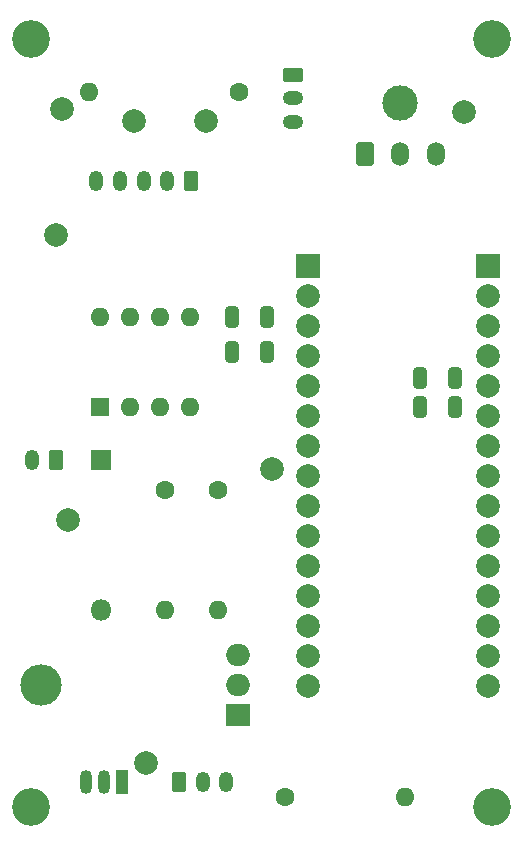
<source format=gbr>
%TF.GenerationSoftware,KiCad,Pcbnew,(6.0.0)*%
%TF.CreationDate,2022-05-13T18:09:15+02:00*%
%TF.ProjectId,Carte Bras ENORME Robot,43617274-6520-4427-9261-7320454e4f52,rev?*%
%TF.SameCoordinates,Original*%
%TF.FileFunction,Soldermask,Bot*%
%TF.FilePolarity,Negative*%
%FSLAX46Y46*%
G04 Gerber Fmt 4.6, Leading zero omitted, Abs format (unit mm)*
G04 Created by KiCad (PCBNEW (6.0.0)) date 2022-05-13 18:09:15*
%MOMM*%
%LPD*%
G01*
G04 APERTURE LIST*
G04 Aperture macros list*
%AMRoundRect*
0 Rectangle with rounded corners*
0 $1 Rounding radius*
0 $2 $3 $4 $5 $6 $7 $8 $9 X,Y pos of 4 corners*
0 Add a 4 corners polygon primitive as box body*
4,1,4,$2,$3,$4,$5,$6,$7,$8,$9,$2,$3,0*
0 Add four circle primitives for the rounded corners*
1,1,$1+$1,$2,$3*
1,1,$1+$1,$4,$5*
1,1,$1+$1,$6,$7*
1,1,$1+$1,$8,$9*
0 Add four rect primitives between the rounded corners*
20,1,$1+$1,$2,$3,$4,$5,0*
20,1,$1+$1,$4,$5,$6,$7,0*
20,1,$1+$1,$6,$7,$8,$9,0*
20,1,$1+$1,$8,$9,$2,$3,0*%
G04 Aperture macros list end*
%ADD10C,3.200000*%
%ADD11RoundRect,0.250000X0.350000X0.625000X-0.350000X0.625000X-0.350000X-0.625000X0.350000X-0.625000X0*%
%ADD12O,1.200000X1.750000*%
%ADD13R,2.000000X2.000000*%
%ADD14C,2.000000*%
%ADD15C,1.600000*%
%ADD16O,1.600000X1.600000*%
%ADD17R,1.050000X2.000000*%
%ADD18O,1.050000X2.000000*%
%ADD19R,1.800000X1.800000*%
%ADD20O,1.800000X1.800000*%
%ADD21RoundRect,0.250000X-0.350000X-0.625000X0.350000X-0.625000X0.350000X0.625000X-0.350000X0.625000X0*%
%ADD22O,3.500000X3.500000*%
%ADD23R,2.000000X1.905000*%
%ADD24O,2.000000X1.905000*%
%ADD25R,1.600000X1.600000*%
%ADD26C,3.000000*%
%ADD27RoundRect,0.250001X-0.499999X-0.759999X0.499999X-0.759999X0.499999X0.759999X-0.499999X0.759999X0*%
%ADD28O,1.500000X2.020000*%
%ADD29RoundRect,0.250000X-0.625000X0.350000X-0.625000X-0.350000X0.625000X-0.350000X0.625000X0.350000X0*%
%ADD30O,1.750000X1.200000*%
%ADD31RoundRect,0.250000X-0.325000X-0.650000X0.325000X-0.650000X0.325000X0.650000X-0.325000X0.650000X0*%
G04 APERTURE END LIST*
D10*
%TO.C,*%
X145500000Y-35500000D03*
%TD*%
%TO.C,*%
X145500000Y-100500000D03*
%TD*%
D11*
%TO.C,BUS_CAN1*%
X159000000Y-47514400D03*
D12*
X157000000Y-47514400D03*
X155000000Y-47514400D03*
X153000000Y-47514400D03*
X151000000Y-47514400D03*
%TD*%
D13*
%TO.C,STM32FM303K8*%
X168880000Y-54720000D03*
D14*
X168880000Y-57260000D03*
X168880000Y-59800000D03*
X168880000Y-62340000D03*
X168880000Y-64880000D03*
X168880000Y-67420000D03*
X168880000Y-69960000D03*
X168880000Y-72500000D03*
X168880000Y-75040000D03*
X168880000Y-77580000D03*
X168880000Y-80120000D03*
X168880000Y-82660000D03*
X168880000Y-85200000D03*
X168880000Y-87740000D03*
X168880000Y-90280000D03*
D13*
X184120000Y-54720000D03*
D14*
X184120000Y-57260000D03*
X184120000Y-59800000D03*
X184120000Y-62340000D03*
X184120000Y-64880000D03*
X184120000Y-67420000D03*
X184120000Y-69960000D03*
X184120000Y-72500000D03*
X184120000Y-75040000D03*
X184120000Y-77580000D03*
X184120000Y-80120000D03*
X184120000Y-82660000D03*
X184120000Y-85200000D03*
X184120000Y-87740000D03*
X184120000Y-90280000D03*
%TD*%
D15*
%TO.C,R1*%
X167005000Y-99695000D03*
D16*
X177165000Y-99695000D03*
%TD*%
D17*
%TO.C,Q1*%
X153162000Y-98425000D03*
D18*
X151638000Y-98425000D03*
X150114000Y-98425000D03*
%TD*%
D19*
%TO.C,D1*%
X151384000Y-71120000D03*
D20*
X151384000Y-83820000D03*
%TD*%
D15*
%TO.C,R4*%
X161290000Y-73660000D03*
D16*
X161290000Y-83820000D03*
%TD*%
D21*
%TO.C,SERVO2*%
X158000000Y-98425000D03*
D12*
X160000000Y-98425000D03*
X162000000Y-98425000D03*
%TD*%
D15*
%TO.C,R2*%
X163068000Y-40005000D03*
D16*
X150368000Y-40005000D03*
%TD*%
D10*
%TO.C,*%
X184500000Y-35500000D03*
%TD*%
D11*
%TO.C,PompeAVide1*%
X147574000Y-71120000D03*
D12*
X145574000Y-71120000D03*
%TD*%
D15*
%TO.C,R3*%
X156845000Y-73660000D03*
D16*
X156845000Y-83820000D03*
%TD*%
D22*
%TO.C,U2*%
X146340000Y-90170000D03*
D23*
X163000000Y-92710000D03*
D24*
X163000000Y-90170000D03*
X163000000Y-87630000D03*
%TD*%
D25*
%TO.C,U1*%
X151350000Y-66600000D03*
D16*
X153890000Y-66600000D03*
X156430000Y-66600000D03*
X158970000Y-66600000D03*
X158970000Y-58980000D03*
X156430000Y-58980000D03*
X153890000Y-58980000D03*
X151350000Y-58980000D03*
%TD*%
D10*
%TO.C,*%
X184500000Y-100500000D03*
%TD*%
D26*
%TO.C,JS1*%
X176736000Y-40925000D03*
D27*
X173736000Y-45245000D03*
D28*
X176736000Y-45245000D03*
X179736000Y-45245000D03*
%TD*%
D29*
%TO.C,SERVO1*%
X167640000Y-38500000D03*
D30*
X167640000Y-40500000D03*
X167640000Y-42500000D03*
%TD*%
D14*
%TO.C,TP4*%
X160274000Y-42418000D03*
%TD*%
%TO.C,TP8*%
X155194000Y-96774000D03*
%TD*%
D31*
%TO.C,C2*%
X162525000Y-59000000D03*
X165475000Y-59000000D03*
%TD*%
D14*
%TO.C,TP7*%
X165862000Y-71882000D03*
%TD*%
%TO.C,TP2*%
X148590000Y-76200000D03*
%TD*%
%TO.C,*%
X182118000Y-41656000D03*
%TD*%
D31*
%TO.C,C4*%
X178435000Y-66675000D03*
X181385000Y-66675000D03*
%TD*%
D14*
%TO.C,TP6*%
X147574000Y-52070000D03*
%TD*%
D31*
%TO.C,C3*%
X178435000Y-64175000D03*
X181385000Y-64175000D03*
%TD*%
%TO.C,C1*%
X162525000Y-62000000D03*
X165475000Y-62000000D03*
%TD*%
D14*
%TO.C,TP5*%
X154178000Y-42418000D03*
%TD*%
%TO.C,TP3*%
X148082000Y-41402000D03*
%TD*%
M02*

</source>
